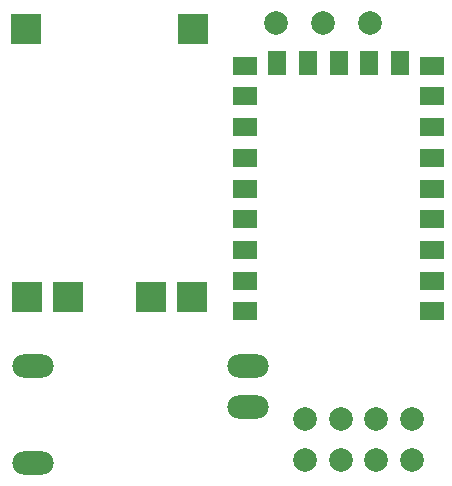
<source format=gts>
G04 #@! TF.GenerationSoftware,KiCad,Pcbnew,9.0.3*
G04 #@! TF.CreationDate,2025-12-21T00:47:55-08:00*
G04 #@! TF.ProjectId,fluid_keychain_electronics,666c7569-645f-46b6-9579-636861696e5f,rev?*
G04 #@! TF.SameCoordinates,Original*
G04 #@! TF.FileFunction,Soldermask,Top*
G04 #@! TF.FilePolarity,Negative*
%FSLAX46Y46*%
G04 Gerber Fmt 4.6, Leading zero omitted, Abs format (unit mm)*
G04 Created by KiCad (PCBNEW 9.0.3) date 2025-12-21 00:47:55*
%MOMM*%
%LPD*%
G01*
G04 APERTURE LIST*
G04 Aperture macros list*
%AMFreePoly0*
4,1,5,0.750000,-1.000000,-0.750000,-1.000000,-0.750000,1.000000,0.750000,1.000000,0.750000,-1.000000,0.750000,-1.000000,$1*%
G04 Aperture macros list end*
%ADD10C,2.000000*%
%ADD11R,2.500000X2.500000*%
%ADD12FreePoly0,90.000000*%
%ADD13FreePoly0,0.000000*%
%ADD14O,3.500000X2.000000*%
G04 APERTURE END LIST*
D10*
X91500000Y-61500000D03*
X94500000Y-61500000D03*
X97500000Y-61500000D03*
X100500000Y-61500000D03*
D11*
X67800000Y-28500000D03*
X82000000Y-28500000D03*
X67900000Y-51200000D03*
X71400000Y-51200000D03*
X78400000Y-51200000D03*
X81900000Y-51200000D03*
D10*
X89000000Y-28000000D03*
X93000000Y-28000000D03*
X97000000Y-28000000D03*
D12*
X86350000Y-52400000D03*
X86350000Y-49800000D03*
X86350000Y-47200000D03*
X86350000Y-44600000D03*
X86350000Y-42000000D03*
X86350000Y-39400000D03*
X86350000Y-36800000D03*
X86350000Y-34200000D03*
X86350000Y-31600000D03*
D13*
X89100000Y-31350000D03*
X91700000Y-31350000D03*
X94300000Y-31350000D03*
X96900000Y-31350000D03*
X99500000Y-31350000D03*
D12*
X102250000Y-31600000D03*
X102250000Y-34200000D03*
X102250000Y-36800000D03*
X102250000Y-39400000D03*
X102250000Y-42000000D03*
X102250000Y-44600000D03*
X102250000Y-47200000D03*
X102250000Y-49800000D03*
X102250000Y-52400000D03*
D10*
X91500000Y-65000000D03*
X94500000Y-65000000D03*
X97500000Y-65000000D03*
X100500000Y-65000000D03*
D14*
X68400000Y-57000000D03*
X68400000Y-65200000D03*
X86600000Y-57000000D03*
X86600000Y-60500000D03*
M02*

</source>
